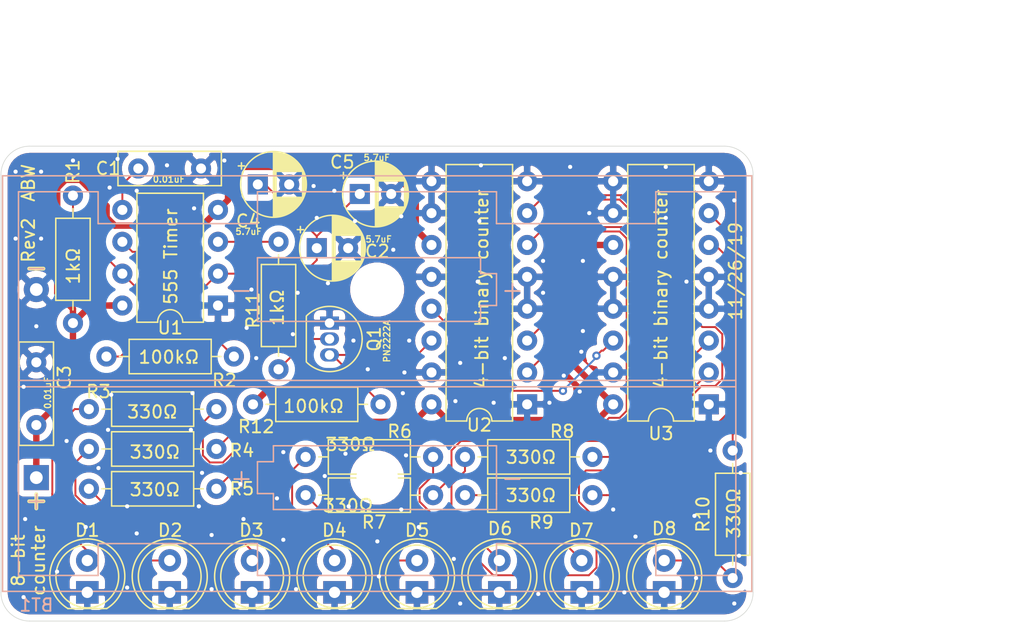
<source format=kicad_pcb>
(kicad_pcb (version 20171130) (host pcbnew "(5.1.4)-1")
  (layers (0 F.Cu signal) (31 B.Cu signal) (34 B.Paste user) (35 F.Paste user) (36 B.SilkS user) (37 F.SilkS user) (38 B.Mask user) (39 F.Mask user) (44 Edge.Cuts user))
  (net 0 "")
  (net 1 "Net-(R3-Pad2)")
  (net 2 LED1)
  (net 3 LED2)
  (net 4 "Net-(R4-Pad2)")
  (net 5 "Net-(R5-Pad2)")
  (net 6 LED3)
  (net 7 LED4)
  (net 8 "Net-(R6-Pad2)")
  (net 9 GND)
  (net 10 +3V0)
  (net 11 CLK2)
  (net 12 CLK1)
  (net 13 "Net-(R8-Pad2)")
  (net 14 "Net-(R7-Pad2)")
  (net 15 "Net-(R9-Pad2)")
  (net 16 "Net-(R10-Pad2)")
  (net 17 "Net-(R1-Pad2)")
  (net 18 "Net-(C2-Pad1)")
  (net 19 LED5)
  (net 20 LED6)
  (net 21 LED7)
  (net 22 LED8)
  (net 23 "Net-(C1-Pad1)")
  (net 24 555_out)
  (net 25 "Net-(Q1-Pad2)")
  (module Capacitor_THT:CP_Radial_D5.0mm_P2.50mm (layer F.Cu) (at 113.411 44.196)
    (fp_text reference C5 (at -1.397 -2.54) (layer F.SilkS))
    (fp_text value 5.7uF)
    (pad 2 thru_hole circle (at 2.5 0) (size 1.6 1.6) (drill 0.8) (layers *.Cu *.Mask) (net 9 GND))
    (pad 1 thru_hole rect (at 0 0) (size 1.6 1.6) (drill 0.8) (layers *.Cu *.Mask) (net 18 "Net-(C2-Pad1)"))
  )
  (module Capacitor_THT:CP_Radial_D5.0mm_P2.50mm (layer F.Cu) (at 105.283 43.434)
    (fp_text reference C4 (at -0.762 2.921) (layer F.SilkS))
    (fp_text value 5.7uF)
    (pad 2 thru_hole circle (at 2.5 0) (size 1.6 1.6) (drill 0.8) (layers *.Cu *.Mask) (net 9 GND))
    (pad 1 thru_hole rect (at 0 0) (size 1.6 1.6) (drill 0.8) (layers *.Cu *.Mask) (net 18 "Net-(C2-Pad1)"))
  )
  (module Capacitor_THT:C_Disc_D8.0mm_W2.5mm_P5.00mm (layer F.Cu) (at 87.63 62.611 90)
    (fp_text reference C3 (at 3.7846 2.2352 90) (layer F.SilkS))
    (fp_text value 0.01uF)
    (pad 2 thru_hole circle (at 5 0 90) (size 1.6 1.6) (drill 0.8) (layers *.Cu *.Mask) (net 9 GND))
    (pad 1 thru_hole circle (at 0 0 90) (size 1.6 1.6) (drill 0.8) (layers *.Cu *.Mask) (net 10 +3V0))
  )
  (module Capacitor_THT:C_Disc_D8.0mm_W2.5mm_P5.00mm (layer F.Cu) (at 95.758 42.164)
    (fp_text reference C1 (at -2.413 0) (layer F.SilkS))
    (fp_text value 0.01uF)
    (pad 2 thru_hole circle (at 5 0) (size 1.6 1.6) (drill 0.8) (layers *.Cu *.Mask) (net 9 GND))
    (pad 1 thru_hole circle (at 0 0) (size 1.6 1.6) (drill 0.8) (layers *.Cu *.Mask) (net 23 "Net-(C1-Pad1)"))
  )
  (module Resistor_THT:R_Axial_DIN0207_L6.3mm_D2.5mm_P10.16mm_Horizontal (layer F.Cu) (at 91.821 61.341)
    (fp_text reference R3 (at 0.762 -1.397) (layer F.SilkS))
    (fp_text value 330)
    (pad 2 thru_hole oval (at 10.16 0) (size 1.6 1.6) (drill 0.8) (layers *.Cu *.Mask) (net 1 "Net-(R3-Pad2)"))
    (pad 1 thru_hole circle (at 0 0) (size 1.6 1.6) (drill 0.8) (layers *.Cu *.Mask) (net 2 LED1))
  )
  (module Capacitor_THT:CP_Radial_D5.0mm_P2.50mm (layer F.Cu) (at 109.982 48.514)
    (fp_text reference C2 (at 4.826 0.254) (layer F.SilkS))
    (fp_text value 5.7uF)
    (pad 2 thru_hole circle (at 2.5 0) (size 1.6 1.6) (drill 0.8) (layers *.Cu *.Mask) (net 9 GND))
    (pad 1 thru_hole rect (at 0 0) (size 1.6 1.6) (drill 0.8) (layers *.Cu *.Mask) (net 18 "Net-(C2-Pad1)"))
  )
  (module Package_DIP:DIP-8_W7.62mm (layer F.Cu) (at 102.108 53.086 180)
    (fp_text reference U1 (at 3.81 -1.778) (layer F.SilkS))
    (fp_text value NE555)
    (pad 8 thru_hole oval (at 7.62 0 180) (size 1.6 1.6) (drill 0.8) (layers *.Cu *.Mask) (net 10 +3V0))
    (pad 4 thru_hole oval (at 0 7.62 180) (size 1.6 1.6) (drill 0.8) (layers *.Cu *.Mask) (net 10 +3V0))
    (pad 7 thru_hole oval (at 7.62 2.54 180) (size 1.6 1.6) (drill 0.8) (layers *.Cu *.Mask) (net 17 "Net-(R1-Pad2)"))
    (pad 3 thru_hole oval (at 0 5.08 180) (size 1.6 1.6) (drill 0.8) (layers *.Cu *.Mask) (net 24 555_out))
    (pad 6 thru_hole oval (at 7.62 5.08 180) (size 1.6 1.6) (drill 0.8) (layers *.Cu *.Mask) (net 18 "Net-(C2-Pad1)"))
    (pad 2 thru_hole oval (at 0 2.54 180) (size 1.6 1.6) (drill 0.8) (layers *.Cu *.Mask) (net 18 "Net-(C2-Pad1)"))
    (pad 5 thru_hole oval (at 7.62 7.62 180) (size 1.6 1.6) (drill 0.8) (layers *.Cu *.Mask) (net 23 "Net-(C1-Pad1)"))
    (pad 1 thru_hole rect (at 0 0 180) (size 1.6 1.6) (drill 0.8) (layers *.Cu *.Mask) (net 9 GND))
  )
  (module Package_DIP:DIP-16_W7.62mm (layer F.Cu) (at 126.746 60.96 180)
    (fp_text reference U2 (at 3.81 -1.651) (layer F.SilkS))
    (fp_text value TC74HC191P)
    (pad 1 thru_hole rect (at 0 0 180) (size 1.6 1.6) (drill 0.8) (layers *.Cu *.Mask) (net 9 GND))
    (pad 9 thru_hole oval (at 7.62 17.78 180) (size 1.6 1.6) (drill 0.8) (layers *.Cu *.Mask) (net 9 GND))
    (pad 2 thru_hole oval (at 0 2.54 180) (size 1.6 1.6) (drill 0.8) (layers *.Cu *.Mask) (net 4 "Net-(R4-Pad2)"))
    (pad 10 thru_hole oval (at 7.62 15.24 180) (size 1.6 1.6) (drill 0.8) (layers *.Cu *.Mask) (net 9 GND))
    (pad 3 thru_hole oval (at 0 5.08 180) (size 1.6 1.6) (drill 0.8) (layers *.Cu *.Mask) (net 1 "Net-(R3-Pad2)"))
    (pad 11 thru_hole oval (at 7.62 12.7 180) (size 1.6 1.6) (drill 0.8) (layers *.Cu *.Mask) (net 10 +3V0))
    (pad 4 thru_hole oval (at 0 7.62 180) (size 1.6 1.6) (drill 0.8) (layers *.Cu *.Mask) (net 9 GND))
    (pad 12 thru_hole oval (at 7.62 10.16 180) (size 1.6 1.6) (drill 0.8) (layers *.Cu *.Mask) (net 9 GND))
    (pad 5 thru_hole oval (at 0 10.16 180) (size 1.6 1.6) (drill 0.8) (layers *.Cu *.Mask) (net 9 GND))
    (pad 13 thru_hole oval (at 7.62 7.62 180) (size 1.6 1.6) (drill 0.8) (layers *.Cu *.Mask) (net 11 CLK2))
    (pad 6 thru_hole oval (at 0 12.7 180) (size 1.6 1.6) (drill 0.8) (layers *.Cu *.Mask) (net 5 "Net-(R5-Pad2)"))
    (pad 14 thru_hole oval (at 7.62 5.08 180) (size 1.6 1.6) (drill 0.8) (layers *.Cu *.Mask) (net 12 CLK1))
    (pad 7 thru_hole oval (at 0 15.24 180) (size 1.6 1.6) (drill 0.8) (layers *.Cu *.Mask) (net 8 "Net-(R6-Pad2)"))
    (pad 15 thru_hole oval (at 7.62 2.54 180) (size 1.6 1.6) (drill 0.8) (layers *.Cu *.Mask) (net 9 GND))
    (pad 8 thru_hole oval (at 0 17.78 180) (size 1.6 1.6) (drill 0.8) (layers *.Cu *.Mask) (net 9 GND))
    (pad 16 thru_hole oval (at 7.62 0 180) (size 1.6 1.6) (drill 0.8) (layers *.Cu *.Mask) (net 10 +3V0))
  )
  (module Package_DIP:DIP-16_W7.62mm (layer F.Cu) (at 141.224 60.96 180)
    (fp_text reference U3 (at 3.81 -2.33) (layer F.SilkS))
    (fp_text value TC74HC191P)
    (pad 1 thru_hole rect (at 0 0 180) (size 1.6 1.6) (drill 0.8) (layers *.Cu *.Mask) (net 9 GND))
    (pad 9 thru_hole oval (at 7.62 17.78 180) (size 1.6 1.6) (drill 0.8) (layers *.Cu *.Mask) (net 9 GND))
    (pad 2 thru_hole oval (at 0 2.54 180) (size 1.6 1.6) (drill 0.8) (layers *.Cu *.Mask) (net 13 "Net-(R8-Pad2)"))
    (pad 10 thru_hole oval (at 7.62 15.24 180) (size 1.6 1.6) (drill 0.8) (layers *.Cu *.Mask) (net 9 GND))
    (pad 3 thru_hole oval (at 0 5.08 180) (size 1.6 1.6) (drill 0.8) (layers *.Cu *.Mask) (net 14 "Net-(R7-Pad2)"))
    (pad 11 thru_hole oval (at 7.62 12.7 180) (size 1.6 1.6) (drill 0.8) (layers *.Cu *.Mask) (net 10 +3V0))
    (pad 4 thru_hole oval (at 0 7.62 180) (size 1.6 1.6) (drill 0.8) (layers *.Cu *.Mask) (net 9 GND))
    (pad 12 thru_hole oval (at 7.62 10.16 180) (size 1.6 1.6) (drill 0.8) (layers *.Cu *.Mask) (net 9 GND))
    (pad 5 thru_hole oval (at 0 10.16 180) (size 1.6 1.6) (drill 0.8) (layers *.Cu *.Mask) (net 9 GND))
    (pad 13 thru_hole oval (at 7.62 7.62 180) (size 1.6 1.6) (drill 0.8) (layers *.Cu *.Mask) (net 9 GND))
    (pad 6 thru_hole oval (at 0 12.7 180) (size 1.6 1.6) (drill 0.8) (layers *.Cu *.Mask) (net 15 "Net-(R9-Pad2)"))
    (pad 14 thru_hole oval (at 7.62 5.08 180) (size 1.6 1.6) (drill 0.8) (layers *.Cu *.Mask) (net 11 CLK2))
    (pad 7 thru_hole oval (at 0 15.24 180) (size 1.6 1.6) (drill 0.8) (layers *.Cu *.Mask) (net 16 "Net-(R10-Pad2)"))
    (pad 15 thru_hole oval (at 7.62 2.54 180) (size 1.6 1.6) (drill 0.8) (layers *.Cu *.Mask) (net 9 GND))
    (pad 8 thru_hole oval (at 0 17.78 180) (size 1.6 1.6) (drill 0.8) (layers *.Cu *.Mask) (net 9 GND))
    (pad 16 thru_hole oval (at 7.62 0 180) (size 1.6 1.6) (drill 0.8) (layers *.Cu *.Mask) (net 10 +3V0))
  )
  (module LED_THT:LED_D5.0mm (layer F.Cu) (at 91.694 75.946 90)
    (fp_text reference D1 (at 4.953 0 180) (layer F.SilkS))
    (fp_text value LED)
    (pad 1 thru_hole rect (at 0 0 90) (size 1.8 1.8) (drill 0.9) (layers *.Cu *.Mask) (net 9 GND))
    (pad 2 thru_hole circle (at 2.54 0 90) (size 1.8 1.8) (drill 0.9) (layers *.Cu *.Mask) (net 2 LED1))
  )
  (module LED_THT:LED_D5.0mm (layer F.Cu) (at 98.261714 75.946 90)
    (fp_text reference D2 (at 4.953 0.036286 180) (layer F.SilkS))
    (fp_text value LED)
    (pad 2 thru_hole circle (at 2.54 0 90) (size 1.8 1.8) (drill 0.9) (layers *.Cu *.Mask) (net 3 LED2))
    (pad 1 thru_hole rect (at 0 0 90) (size 1.8 1.8) (drill 0.9) (layers *.Cu *.Mask) (net 9 GND))
  )
  (module LED_THT:LED_D5.0mm (layer F.Cu) (at 104.829428 75.946 90)
    (fp_text reference D3 (at 4.953 -0.054428 180) (layer F.SilkS))
    (fp_text value LED)
    (pad 2 thru_hole circle (at 2.54 0 90) (size 1.8 1.8) (drill 0.9) (layers *.Cu *.Mask) (net 6 LED3))
    (pad 1 thru_hole rect (at 0 0 90) (size 1.8 1.8) (drill 0.9) (layers *.Cu *.Mask) (net 9 GND))
  )
  (module LED_THT:LED_D5.0mm (layer F.Cu) (at 111.397142 75.946 90)
    (fp_text reference D4 (at 4.953 -0.018142 180) (layer F.SilkS))
    (fp_text value LED)
    (pad 1 thru_hole rect (at 0 0 90) (size 1.8 1.8) (drill 0.9) (layers *.Cu *.Mask) (net 9 GND))
    (pad 2 thru_hole circle (at 2.54 0 90) (size 1.8 1.8) (drill 0.9) (layers *.Cu *.Mask) (net 7 LED4))
  )
  (module LED_THT:LED_D5.0mm (layer F.Cu) (at 117.964856 75.946 90)
    (fp_text reference D5 (at 4.953 0.018144 180) (layer F.SilkS))
    (fp_text value LED)
    (pad 2 thru_hole circle (at 2.54 0 90) (size 1.8 1.8) (drill 0.9) (layers *.Cu *.Mask) (net 19 LED5))
    (pad 1 thru_hole rect (at 0 0 90) (size 1.8 1.8) (drill 0.9) (layers *.Cu *.Mask) (net 9 GND))
  )
  (module LED_THT:LED_D5.0mm (layer F.Cu) (at 124.53257 75.946 90)
    (fp_text reference D6 (at 5.08 0.05443 180) (layer F.SilkS))
    (fp_text value LED)
    (pad 1 thru_hole rect (at 0 0 90) (size 1.8 1.8) (drill 0.9) (layers *.Cu *.Mask) (net 9 GND))
    (pad 2 thru_hole circle (at 2.54 0 90) (size 1.8 1.8) (drill 0.9) (layers *.Cu *.Mask) (net 20 LED6))
  )
  (module LED_THT:LED_D5.0mm (layer F.Cu) (at 131.100284 75.946 90)
    (fp_text reference D7 (at 4.953 -0.036284 180) (layer F.SilkS))
    (fp_text value LED)
    (pad 2 thru_hole circle (at 2.54 0 90) (size 1.8 1.8) (drill 0.9) (layers *.Cu *.Mask) (net 21 LED7))
    (pad 1 thru_hole rect (at 0 0 90) (size 1.8 1.8) (drill 0.9) (layers *.Cu *.Mask) (net 9 GND))
  )
  (module LED_THT:LED_D5.0mm (layer F.Cu) (at 137.668 75.946 90)
    (fp_text reference D8 (at 5.08 0 180) (layer F.SilkS))
    (fp_text value LED)
    (pad 1 thru_hole rect (at 0 0 90) (size 1.8 1.8) (drill 0.9) (layers *.Cu *.Mask) (net 9 GND))
    (pad 2 thru_hole circle (at 2.54 0 90) (size 1.8 1.8) (drill 0.9) (layers *.Cu *.Mask) (net 22 LED8))
  )
  (module Package_TO_SOT_THT:TO-92_Inline (layer F.Cu) (at 110.998 54.483 270)
    (fp_text reference Q1 (at 1.27 -3.56 90) (layer F.SilkS))
    (fp_text value PN2222A)
    (pad 2 thru_hole oval (at 1.27 0 270) (size 1.05 1.5) (drill 0.75) (layers *.Cu *.Mask) (net 25 "Net-(Q1-Pad2)"))
    (pad 3 thru_hole oval (at 2.54 0 270) (size 1.05 1.5) (drill 0.75) (layers *.Cu *.Mask) (net 12 CLK1))
    (pad 1 thru_hole rect (at 0 0 270) (size 1.05 1.5) (drill 0.75) (layers *.Cu *.Mask) (net 9 GND))
  )
  (module Resistor_THT:R_Axial_DIN0207_L6.3mm_D2.5mm_P10.16mm_Horizontal (layer F.Cu) (at 90.551 54.483 90)
    (fp_text reference R1 (at 12.065 0 90) (layer F.SilkS))
    (fp_text value 1k)
    (pad 2 thru_hole oval (at 10.16 0 90) (size 1.6 1.6) (drill 0.8) (layers *.Cu *.Mask) (net 17 "Net-(R1-Pad2)"))
    (pad 1 thru_hole circle (at 0 0 90) (size 1.6 1.6) (drill 0.8) (layers *.Cu *.Mask) (net 10 +3V0))
  )
  (module Resistor_THT:R_Axial_DIN0207_L6.3mm_D2.5mm_P10.16mm_Horizontal (layer F.Cu) (at 93.218 57.15)
    (fp_text reference R2 (at 9.398 1.905) (layer F.SilkS))
    (fp_text value 100k)
    (pad 1 thru_hole circle (at 0 0) (size 1.6 1.6) (drill 0.8) (layers *.Cu *.Mask) (net 17 "Net-(R1-Pad2)"))
    (pad 2 thru_hole oval (at 10.16 0) (size 1.6 1.6) (drill 0.8) (layers *.Cu *.Mask) (net 18 "Net-(C2-Pad1)"))
  )
  (module Resistor_THT:R_Axial_DIN0207_L6.3mm_D2.5mm_P10.16mm_Horizontal (layer F.Cu) (at 91.821 64.516)
    (fp_text reference R4 (at 12.192 0.127) (layer F.SilkS))
    (fp_text value 330)
    (pad 2 thru_hole oval (at 10.16 0) (size 1.6 1.6) (drill 0.8) (layers *.Cu *.Mask) (net 4 "Net-(R4-Pad2)"))
    (pad 1 thru_hole circle (at 0 0) (size 1.6 1.6) (drill 0.8) (layers *.Cu *.Mask) (net 3 LED2))
  )
  (module Resistor_THT:R_Axial_DIN0207_L6.3mm_D2.5mm_P10.16mm_Horizontal (layer F.Cu) (at 91.821 67.691)
    (fp_text reference R5 (at 12.192 0) (layer F.SilkS))
    (fp_text value 330)
    (pad 1 thru_hole circle (at 0 0) (size 1.6 1.6) (drill 0.8) (layers *.Cu *.Mask) (net 6 LED3))
    (pad 2 thru_hole oval (at 10.16 0) (size 1.6 1.6) (drill 0.8) (layers *.Cu *.Mask) (net 5 "Net-(R5-Pad2)"))
  )
  (module Resistor_THT:R_Axial_DIN0207_L6.3mm_D2.5mm_P10.16mm_Horizontal (layer F.Cu) (at 109.093 65.151)
    (fp_text reference R6 (at 7.493 -2.032) (layer F.SilkS))
    (fp_text value 330)
    (pad 2 thru_hole oval (at 10.16 0) (size 1.6 1.6) (drill 0.8) (layers *.Cu *.Mask) (net 8 "Net-(R6-Pad2)"))
    (pad 1 thru_hole circle (at 0 0) (size 1.6 1.6) (drill 0.8) (layers *.Cu *.Mask) (net 7 LED4))
  )
  (module Resistor_THT:R_Axial_DIN0207_L6.3mm_D2.5mm_P10.16mm_Horizontal (layer F.Cu) (at 109.093 68.199)
    (fp_text reference R7 (at 5.461 2.159) (layer F.SilkS))
    (fp_text value 330)
    (pad 1 thru_hole circle (at 0 0) (size 1.6 1.6) (drill 0.8) (layers *.Cu *.Mask) (net 19 LED5))
    (pad 2 thru_hole oval (at 10.16 0) (size 1.6 1.6) (drill 0.8) (layers *.Cu *.Mask) (net 14 "Net-(R7-Pad2)"))
  )
  (module Resistor_THT:R_Axial_DIN0207_L6.3mm_D2.5mm_P10.16mm_Horizontal (layer F.Cu) (at 121.793 65.151)
    (fp_text reference R8 (at 7.747 -2.032) (layer F.SilkS))
    (fp_text value 330)
    (pad 1 thru_hole circle (at 0 0) (size 1.6 1.6) (drill 0.8) (layers *.Cu *.Mask) (net 20 LED6))
    (pad 2 thru_hole oval (at 10.16 0) (size 1.6 1.6) (drill 0.8) (layers *.Cu *.Mask) (net 13 "Net-(R8-Pad2)"))
  )
  (module Resistor_THT:R_Axial_DIN0207_L6.3mm_D2.5mm_P10.16mm_Horizontal (layer F.Cu) (at 121.793 68.199)
    (fp_text reference R9 (at 6.096 2.159) (layer F.SilkS))
    (fp_text value 330)
    (pad 2 thru_hole oval (at 10.16 0) (size 1.6 1.6) (drill 0.8) (layers *.Cu *.Mask) (net 15 "Net-(R9-Pad2)"))
    (pad 1 thru_hole circle (at 0 0) (size 1.6 1.6) (drill 0.8) (layers *.Cu *.Mask) (net 21 LED7))
  )
  (module Resistor_THT:R_Axial_DIN0207_L6.3mm_D2.5mm_P10.16mm_Horizontal (layer F.Cu) (at 143.129 74.803 90)
    (fp_text reference R10 (at 5.08 -2.37 90) (layer F.SilkS))
    (fp_text value 330)
    (pad 1 thru_hole circle (at 0 0 90) (size 1.6 1.6) (drill 0.8) (layers *.Cu *.Mask) (net 22 LED8))
    (pad 2 thru_hole oval (at 10.16 0 90) (size 1.6 1.6) (drill 0.8) (layers *.Cu *.Mask) (net 16 "Net-(R10-Pad2)"))
  )
  (module Resistor_THT:R_Axial_DIN0207_L6.3mm_D2.5mm_P10.16mm_Horizontal (layer F.Cu) (at 106.934 58.166 90)
    (fp_text reference R11 (at 4.699 -2.032 90) (layer F.SilkS))
    (fp_text value 1k)
    (pad 1 thru_hole circle (at 0 0 90) (size 1.6 1.6) (drill 0.8) (layers *.Cu *.Mask) (net 25 "Net-(Q1-Pad2)"))
    (pad 2 thru_hole oval (at 10.16 0 90) (size 1.6 1.6) (drill 0.8) (layers *.Cu *.Mask) (net 24 555_out))
  )
  (module Resistor_THT:R_Axial_DIN0207_L6.3mm_D2.5mm_P10.16mm_Horizontal (layer F.Cu) (at 115.062 60.96 180)
    (fp_text reference R12 (at 9.906 -1.778) (layer F.SilkS))
    (fp_text value 100k)
    (pad 2 thru_hole oval (at 10.16 0 180) (size 1.6 1.6) (drill 0.8) (layers *.Cu *.Mask) (net 10 +3V0))
    (pad 1 thru_hole circle (at 0 0 180) (size 1.6 1.6) (drill 0.8) (layers *.Cu *.Mask) (net 12 CLK1))
  )
  (module Battery:BatteryHolder_Keystone_2462_2xAA (layer B.Cu) (at 87.63 66.802)
    (fp_text reference BT1 (at 0 10.16 -180) (layer B.SilkS) (effects (justify mirror)))
    (fp_text value "AA batteries")
    (fp_text user - (at 37.945 0) (layer B.SilkS) (effects (font (size 1.5 1.5)) (justify mirror)))
    (fp_text user + (at 16.355 0) (layer B.SilkS) (effects (font (size 1.5 1.5)) (justify mirror)))
    (fp_text user + (at 37.945 -14.99) (layer B.SilkS) (effects (font (size 1.5 1.5)) (justify mirror)))
    (fp_text user - (at 16.355 -14.99) (layer B.SilkS) (effects (font (size 1.5 1.5)) (justify mirror)))
    (fp_text user + (at 0 1.778) (layer B.SilkS) (effects (font (size 1.5 1.5)) (justify mirror)))
    (fp_text user - (at 0 -16.764) (layer B.SilkS) (effects (font (size 1.5 1.5)) (justify mirror)))
    (pad 1 thru_hole rect (at 0 0) (size 2 2) (drill 1.02) (layers *.Cu *.Mask) (net 10 +3V0))
    (pad 2 thru_hole circle (at 0 -14.99) (size 2 2) (drill 1.02) (layers *.Cu *.Mask) (net 9 GND))
    (pad "" np_thru_hole circle (at 27.165 -14.99) (size 3.3 3.3) (drill 3.3) (layers *.Cu *.Mask))
    (pad "" np_thru_hole circle (at 27.165 0) (size 3.3 3.3) (drill 3.3) (layers *.Cu *.Mask))
  )
  (gr_text 11/26/19 (at 143.3576 50.3428 90) (layer F.SilkS) (effects (font (size 1 1))))
  (gr_text 5.7uF (at 114.9096 47.8028) (layer F.SilkS) (effects (font (size 0.5 0.5) (thickness 0.1))))
  (gr_text 5.7uF (at 104.5464 47.1932) (layer F.SilkS) (effects (font (size 0.5 0.5) (thickness 0.1))))
  (gr_text 5.7uF (at 114.7572 41.3004) (layer F.SilkS) (effects (font (size 0.5 0.5) (thickness 0.1))))
  (gr_text PN2222A (at 115.57 55.9308 90) (layer F.SilkS) (effects (font (size 0.5 0.5) (thickness 0.1))))
  (gr_text "4-bit binary counter" (at 137.414 51.7652 90) (layer F.SilkS) (effects (font (size 1 1))))
  (gr_text "4-bit binary counter" (at 123.1392 51.7652 90) (layer F.SilkS) (effects (font (size 1 1))))
  (gr_text "555 Timer" (at 98.3488 49.1744 90) (layer F.SilkS) (effects (font (size 1 1))))
  (gr_text 0.01uF (at 88.5444 60.0456 90) (layer F.SilkS) (effects (font (size 0.5 0.5) (thickness 0.1))))
  (gr_text 0.01uF (at 98.1964 43.0276) (layer F.SilkS) (effects (font (size 0.5 0.5) (thickness 0.1))))
  (gr_text 1kΩ (at 90.5764 49.9364 90) (layer F.SilkS) (effects (font (size 1 1))))
  (gr_text 1kΩ (at 106.8324 53.2384 90) (layer F.SilkS) (effects (font (size 1 1))))
  (gr_text 100kΩ (at 98.1964 57.2008) (layer F.SilkS) (effects (font (size 1 1))))
  (gr_text 100kΩ (at 109.728 61.1124) (layer F.SilkS) (effects (font (size 1 1))))
  (gr_text 330Ω (at 96.8756 61.5696) (layer F.SilkS) (effects (font (size 1 1))))
  (gr_text 330Ω (at 97.0788 64.77) (layer F.SilkS) (effects (font (size 1 1))))
  (gr_text 330Ω (at 97.0788 67.7672) (layer F.SilkS) (effects (font (size 1 1))))
  (gr_text 330Ω (at 112.4712 69.0372) (layer F.SilkS) (effects (font (size 1 1))))
  (gr_text 330Ω (at 112.6744 64.1604) (layer F.SilkS) (effects (font (size 1 1))))
  (gr_text 330Ω (at 127.0508 68.2244) (layer F.SilkS) (effects (font (size 1 1))))
  (gr_text 330Ω (at 127.0508 65.1764) (layer F.SilkS) (effects (font (size 1 1))))
  (gr_text 330Ω (at 143.2052 69.6468 90) (layer F.SilkS) (effects (font (size 1 1))))
  (gr_text Rev2 (at 86.995 47.879 90) (layer F.SilkS) (effects (font (size 1 1))))
  (gr_text ABW (at 86.995 43.307 90) (layer F.SilkS) (effects (font (size 1 1))))
  (gr_text "8-bit\ncounter" (at 86.995 73.406 90) (layer F.SilkS) (effects (font (size 1 1))))
  (gr_text + (at 87.63 68.58) (layer F.SilkS) (effects (font (size 1.5 1.5) (thickness 0.3))))
  (gr_text - (at 87.63 50.038) (layer F.SilkS) (effects (font (size 1.5 1.5) (thickness 0.3))))
  (gr_arc (start 87.0966 75.946) (end 84.8106 75.946) (angle -90) (layer Edge.Cuts) (width 0.05))
  (gr_arc (start 142.4686 75.946) (end 142.4686 78.232) (angle -90) (layer Edge.Cuts) (width 0.05))
  (gr_line (start 144.7546 42.672) (end 144.7546 75.946) (layer Edge.Cuts) (width 0.05))
  (gr_line (start 142.4686 78.232) (end 87.0966 78.232) (layer Edge.Cuts) (width 0.05))
  (gr_arc (start 142.4686 42.672) (end 144.7546 42.672) (angle -90) (layer Edge.Cuts) (width 0.05))
  (gr_arc (start 87.0966 42.672) (end 87.0966 40.386) (angle -90) (layer Edge.Cuts) (width 0.05))
  (gr_line (start 84.8106 75.946) (end 84.8106 42.672) (layer Edge.Cuts) (width 0.05))
  (gr_line (start 87.0966 40.386) (end 142.4686 40.386) (layer Edge.Cuts) (width 0.05))
  (segment (start 129.038382 53.587618) (end 127.545999 55.080001) (width 0.1524) (layer F.Cu) (net 1))
  (segment (start 129.038382 48.656407) (end 129.038382 53.587618) (width 0.1524) (layer F.Cu) (net 1))
  (segment (start 130.863398 46.831389) (end 129.038382 48.656407) (width 0.1524) (layer F.Cu) (net 1))
  (segment (start 134.26655 46.831389) (end 130.863398 46.831389) (width 0.1524) (layer F.Cu) (net 1))
  (segment (start 135.032611 47.59745) (end 134.26655 46.831389) (width 0.1524) (layer F.Cu) (net 1))
  (segment (start 101.981 61.341) (end 100.904799 62.417201) (width 0.1524) (layer F.Cu) (net 1))
  (segment (start 127.545999 55.080001) (end 126.746 55.88) (width 0.1524) (layer F.Cu) (net 1))
  (segment (start 100.904799 62.417201) (end 100.904799 65.032577) (width 0.1524) (layer F.Cu) (net 1))
  (segment (start 101.464423 65.592201) (end 102.497577 65.592201) (width 0.1524) (layer F.Cu) (net 1))
  (segment (start 104.54959 63.34441) (end 111.569393 63.34441) (width 0.1524) (layer F.Cu) (net 1))
  (segment (start 100.904799 65.032577) (end 101.464423 65.592201) (width 0.1524) (layer F.Cu) (net 1))
  (segment (start 102.497577 65.592201) (end 104.394 63.695778) (width 0.1524) (layer F.Cu) (net 1))
  (segment (start 104.394 63.5) (end 104.54959 63.34441) (width 0.1524) (layer F.Cu) (net 1))
  (segment (start 104.394 63.695778) (end 104.394 63.5) (width 0.1524) (layer F.Cu) (net 1))
  (segment (start 111.569393 63.34441) (end 111.674183 63.23962) (width 0.1524) (layer F.Cu) (net 1))
  (segment (start 118.215213 63.119) (end 118.237 63.119) (width 0.1524) (layer F.Cu) (net 1))
  (segment (start 111.674183 63.23962) (end 118.094593 63.23962) (width 0.1524) (layer F.Cu) (net 1))
  (segment (start 118.259379 63.096621) (end 133.55854 63.096621) (width 0.1524) (layer F.Cu) (net 1))
  (segment (start 118.094593 63.23962) (end 118.215213 63.119) (width 0.1524) (layer F.Cu) (net 1))
  (segment (start 133.55854 63.096621) (end 135.032611 61.62255) (width 0.1524) (layer F.Cu) (net 1))
  (segment (start 118.237 63.119) (end 118.259379 63.096621) (width 0.1524) (layer F.Cu) (net 1))
  (segment (start 135.032611 61.62255) (end 135.032611 47.59745) (width 0.1524) (layer F.Cu) (net 1))
  (segment (start 88.906201 63.124429) (end 88.906201 68.065799) (width 0.1524) (layer F.Cu) (net 2))
  (segment (start 91.821 61.341) (end 90.68963 61.341) (width 0.1524) (layer F.Cu) (net 2))
  (segment (start 90.68963 61.341) (end 88.906201 63.124429) (width 0.1524) (layer F.Cu) (net 2))
  (segment (start 88.906201 68.065799) (end 88.9 68.072) (width 0.1524) (layer F.Cu) (net 2))
  (segment (start 88.9 69.85) (end 92.456 73.406) (width 0.1524) (layer F.Cu) (net 2))
  (segment (start 88.9 68.072) (end 88.9 69.85) (width 0.1524) (layer F.Cu) (net 2))
  (segment (start 97.750922 73.406) (end 99.023714 73.406) (width 0.1524) (layer F.Cu) (net 3))
  (segment (start 95.943222 73.406) (end 97.750922 73.406) (width 0.1524) (layer F.Cu) (net 3))
  (segment (start 90.744799 68.207577) (end 95.943222 73.406) (width 0.1524) (layer F.Cu) (net 3))
  (segment (start 90.744799 65.592201) (end 90.744799 68.207577) (width 0.1524) (layer F.Cu) (net 3))
  (segment (start 91.821 64.516) (end 90.744799 65.592201) (width 0.1524) (layer F.Cu) (net 3))
  (segment (start 103.505 62.992) (end 101.981 64.516) (width 0.1524) (layer F.Cu) (net 4))
  (segment (start 111.52821 62.88721) (end 111.42342 62.992) (width 0.1524) (layer F.Cu) (net 4))
  (segment (start 117.94862 62.88721) (end 111.52821 62.88721) (width 0.1524) (layer F.Cu) (net 4))
  (segment (start 133.277629 62.036201) (end 132.569619 62.744211) (width 0.1524) (layer F.Cu) (net 4))
  (segment (start 134.120577 62.036201) (end 133.277629 62.036201) (width 0.1524) (layer F.Cu) (net 4))
  (segment (start 134.680201 61.476577) (end 134.120577 62.036201) (width 0.1524) (layer F.Cu) (net 4))
  (segment (start 129.39079 55.77521) (end 129.390791 48.802379) (width 0.1524) (layer F.Cu) (net 4))
  (segment (start 111.42342 62.992) (end 103.505 62.992) (width 0.1524) (layer F.Cu) (net 4))
  (segment (start 118.091619 62.744211) (end 117.94862 62.88721) (width 0.1524) (layer F.Cu) (net 4))
  (segment (start 126.746 58.42) (end 129.39079 55.77521) (width 0.1524) (layer F.Cu) (net 4))
  (segment (start 131.009371 47.183799) (end 134.120577 47.183799) (width 0.1524) (layer F.Cu) (net 4))
  (segment (start 134.120577 47.183799) (end 134.680201 47.743423) (width 0.1524) (layer F.Cu) (net 4))
  (segment (start 132.569619 62.744211) (end 118.091619 62.744211) (width 0.1524) (layer F.Cu) (net 4))
  (segment (start 129.390791 48.802379) (end 131.009371 47.183799) (width 0.1524) (layer F.Cu) (net 4))
  (segment (start 134.680201 47.743423) (end 134.680201 61.476577) (width 0.1524) (layer F.Cu) (net 4))
  (segment (start 134.120577 44.643799) (end 135.385021 45.908243) (width 0.1524) (layer F.Cu) (net 5))
  (segment (start 126.746 48.26) (end 130.362201 44.643799) (width 0.1524) (layer F.Cu) (net 5))
  (segment (start 130.362201 44.643799) (end 134.120577 44.643799) (width 0.1524) (layer F.Cu) (net 5))
  (segment (start 118.304006 63.52859) (end 118.135776 63.69682) (width 0.1524) (layer F.Cu) (net 5))
  (segment (start 134.59141 63.52859) (end 118.304006 63.52859) (width 0.1524) (layer F.Cu) (net 5))
  (segment (start 135.385021 45.908243) (end 135.385021 62.734979) (width 0.1524) (layer F.Cu) (net 5))
  (segment (start 135.385021 62.734979) (end 134.59141 63.52859) (width 0.1524) (layer F.Cu) (net 5))
  (segment (start 105.97518 63.69682) (end 101.981 67.691) (width 0.1524) (layer F.Cu) (net 5))
  (segment (start 118.135776 63.69682) (end 105.97518 63.69682) (width 0.1524) (layer F.Cu) (net 5))
  (segment (start 102.416428 70.231) (end 105.591428 73.406) (width 0.1524) (layer F.Cu) (net 6))
  (segment (start 91.821 67.691) (end 94.361 70.231) (width 0.1524) (layer F.Cu) (net 6))
  (segment (start 94.361 70.231) (end 102.416428 70.231) (width 0.1524) (layer F.Cu) (net 6))
  (segment (start 111.259143 72.506001) (end 112.159142 73.406) (width 0.1524) (layer F.Cu) (net 7))
  (segment (start 108.016799 69.263657) (end 111.259143 72.506001) (width 0.1524) (layer F.Cu) (net 7))
  (segment (start 108.016799 66.227201) (end 108.016799 69.263657) (width 0.1524) (layer F.Cu) (net 7))
  (segment (start 109.093 65.151) (end 108.016799 66.227201) (width 0.1524) (layer F.Cu) (net 7))
  (segment (start 127.545999 44.920001) (end 126.746 45.72) (width 0.1524) (layer F.Cu) (net 8))
  (segment (start 134.26655 44.291389) (end 128.174611 44.291389) (width 0.1524) (layer F.Cu) (net 8))
  (segment (start 135.737431 45.76227) (end 134.26655 44.291389) (width 0.1524) (layer F.Cu) (net 8))
  (segment (start 135.737431 49.833807) (end 135.737431 45.76227) (width 0.1524) (layer F.Cu) (net 8))
  (segment (start 140.707423 54.803799) (end 135.737431 49.833807) (width 0.1524) (layer F.Cu) (net 8))
  (segment (start 141.740577 54.803799) (end 140.707423 54.803799) (width 0.1524) (layer F.Cu) (net 8))
  (segment (start 119.253 66.606222) (end 118.176799 67.682423) (width 0.1524) (layer F.Cu) (net 8))
  (segment (start 118.176799 68.715577) (end 124.043423 74.582201) (width 0.1524) (layer F.Cu) (net 8))
  (segment (start 118.176799 67.682423) (end 118.176799 68.715577) (width 0.1524) (layer F.Cu) (net 8))
  (segment (start 124.043423 74.582201) (end 131.664861 74.582201) (width 0.1524) (layer F.Cu) (net 8))
  (segment (start 131.664861 74.582201) (end 132.276485 73.970577) (width 0.1524) (layer F.Cu) (net 8))
  (segment (start 132.276485 73.970577) (end 132.276485 70.115263) (width 0.1524) (layer F.Cu) (net 8))
  (segment (start 133.915183 66.227201) (end 140.646183 59.496201) (width 0.1524) (layer F.Cu) (net 8))
  (segment (start 132.276485 70.115263) (end 130.876799 68.715577) (width 0.1524) (layer F.Cu) (net 8))
  (segment (start 128.174611 44.291389) (end 127.545999 44.920001) (width 0.1524) (layer F.Cu) (net 8))
  (segment (start 130.876799 68.715577) (end 130.876799 66.786825) (width 0.1524) (layer F.Cu) (net 8))
  (segment (start 140.646183 59.496201) (end 141.740577 59.496201) (width 0.1524) (layer F.Cu) (net 8))
  (segment (start 130.876799 66.786825) (end 131.436423 66.227201) (width 0.1524) (layer F.Cu) (net 8))
  (segment (start 119.253 65.151) (end 119.253 66.606222) (width 0.1524) (layer F.Cu) (net 8))
  (segment (start 131.436423 66.227201) (end 133.915183 66.227201) (width 0.1524) (layer F.Cu) (net 8))
  (segment (start 141.740577 59.496201) (end 142.300201 58.936577) (width 0.1524) (layer F.Cu) (net 8))
  (segment (start 142.300201 58.936577) (end 142.300201 55.363423) (width 0.1524) (layer F.Cu) (net 8))
  (segment (start 142.300201 55.363423) (end 141.740577 54.803799) (width 0.1524) (layer F.Cu) (net 8))
  (via (at 129.667 58.674) (size 0.6604) (drill 0.3302) (layers F.Cu B.Cu) (net 9))
  (via (at 130.937 59.944) (size 0.6604) (drill 0.3302) (layers F.Cu B.Cu) (net 9))
  (segment (start 129.667 58.674) (end 130.937 59.944) (width 0.1524) (layer F.Cu) (net 9))
  (via (at 131.064 56.769) (size 0.6604) (drill 0.3302) (layers F.Cu B.Cu) (net 9))
  (segment (start 132.47263 58.42) (end 133.604 58.42) (width 0.1524) (layer F.Cu) (net 9))
  (segment (start 132.248027 58.42) (end 132.47263 58.42) (width 0.1524) (layer F.Cu) (net 9))
  (segment (start 131.064 57.235973) (end 132.248027 58.42) (width 0.1524) (layer F.Cu) (net 9))
  (segment (start 131.064 56.769) (end 131.064 57.235973) (width 0.1524) (layer F.Cu) (net 9))
  (via (at 109.728 43.561) (size 0.6604) (drill 0.3302) (layers F.Cu B.Cu) (net 9))
  (via (at 109.982 46.101) (size 0.6604) (drill 0.3302) (layers F.Cu B.Cu) (net 9))
  (via (at 111.379 43.942) (size 0.6604) (drill 0.3302) (layers F.Cu B.Cu) (net 9))
  (via (at 95.631 43.942) (size 0.6604) (drill 0.3302) (layers F.Cu B.Cu) (net 9))
  (via (at 93.472 43.688) (size 0.6604) (drill 0.3302) (layers F.Cu B.Cu) (net 9))
  (via (at 94.107 41.402) (size 0.6604) (drill 0.3302) (layers F.Cu B.Cu) (net 9))
  (via (at 90.551 41.529) (size 0.6604) (drill 0.3302) (layers F.Cu B.Cu) (net 9))
  (via (at 85.979 42.418) (size 0.6604) (drill 0.3302) (layers F.Cu B.Cu) (net 9))
  (via (at 88.011 42.418) (size 0.6604) (drill 0.3302) (layers F.Cu B.Cu) (net 9))
  (via (at 85.979 47.752) (size 0.6604) (drill 0.3302) (layers F.Cu B.Cu) (net 9))
  (via (at 88.011 47.752) (size 0.6604) (drill 0.3302) (layers F.Cu B.Cu) (net 9))
  (via (at 87.63 54.737) (size 0.6604) (drill 0.3302) (layers F.Cu B.Cu) (net 9))
  (via (at 86.614 59.563) (size 0.6604) (drill 0.3302) (layers F.Cu B.Cu) (net 9))
  (via (at 86.741 70.104) (size 0.6604) (drill 0.3302) (layers F.Cu B.Cu) (net 9))
  (via (at 86.614 76.327) (size 0.6604) (drill 0.3302) (layers F.Cu B.Cu) (net 9))
  (via (at 89.281 74.295) (size 0.6604) (drill 0.3302) (layers F.Cu B.Cu) (net 9))
  (via (at 94.869 75.565) (size 0.6604) (drill 0.3302) (layers F.Cu B.Cu) (net 9))
  (via (at 95.631 71.247) (size 0.6604) (drill 0.3302) (layers F.Cu B.Cu) (net 9))
  (via (at 91.567 70.739) (size 0.6604) (drill 0.3302) (layers F.Cu B.Cu) (net 9))
  (via (at 90.043 63.881) (size 0.6604) (drill 0.3302) (layers F.Cu B.Cu) (net 9))
  (via (at 93.345 62.992) (size 0.6604) (drill 0.3302) (layers F.Cu B.Cu) (net 9))
  (via (at 93.599 60.198) (size 0.6604) (drill 0.3302) (layers F.Cu B.Cu) (net 9))
  (via (at 100.076 60.071) (size 0.6604) (drill 0.3302) (layers F.Cu B.Cu) (net 9))
  (via (at 99.949 62.992) (size 0.6604) (drill 0.3302) (layers F.Cu B.Cu) (net 9))
  (via (at 100.838 66.421) (size 0.6604) (drill 0.3302) (layers F.Cu B.Cu) (net 9))
  (via (at 92.583 66.04) (size 0.6604) (drill 0.3302) (layers F.Cu B.Cu) (net 9))
  (via (at 94.869 69.088) (size 0.6604) (drill 0.3302) (layers F.Cu B.Cu) (net 9))
  (via (at 100.584 69.088) (size 0.6604) (drill 0.3302) (layers F.Cu B.Cu) (net 9))
  (via (at 107.315 64.77) (size 0.6604) (drill 0.3302) (layers F.Cu B.Cu) (net 9))
  (via (at 103.886 67.31) (size 0.6604) (drill 0.3302) (layers F.Cu B.Cu) (net 9))
  (via (at 106.807 68.453) (size 0.6604) (drill 0.3302) (layers F.Cu B.Cu) (net 9))
  (via (at 104.14 70.104) (size 0.6604) (drill 0.3302) (layers F.Cu B.Cu) (net 9))
  (via (at 107.315 71.755) (size 0.6604) (drill 0.3302) (layers F.Cu B.Cu) (net 9))
  (via (at 108.331 75.692) (size 0.6604) (drill 0.3302) (layers F.Cu B.Cu) (net 9))
  (via (at 101.6 75.692) (size 0.6604) (drill 0.3302) (layers F.Cu B.Cu) (net 9))
  (via (at 101.6 71.374) (size 0.6604) (drill 0.3302) (layers F.Cu B.Cu) (net 9))
  (via (at 114.935 74.676) (size 0.6604) (drill 0.3302) (layers F.Cu B.Cu) (net 9))
  (via (at 121.412 76.835) (size 0.6604) (drill 0.3302) (layers F.Cu B.Cu) (net 9))
  (via (at 120.904 73.279) (size 0.6604) (drill 0.3302) (layers F.Cu B.Cu) (net 9))
  (via (at 118.11 70.739) (size 0.6604) (drill 0.3302) (layers F.Cu B.Cu) (net 9))
  (via (at 114.808 71.882) (size 0.6604) (drill 0.3302) (layers F.Cu B.Cu) (net 9))
  (via (at 112.522 69.088) (size 0.6604) (drill 0.3302) (layers F.Cu B.Cu) (net 9))
  (via (at 110.617 66.675) (size 0.6604) (drill 0.3302) (layers F.Cu B.Cu) (net 9))
  (via (at 112.268 64.897) (size 0.6604) (drill 0.3302) (layers F.Cu B.Cu) (net 9))
  (via (at 117.094 65.024) (size 0.6604) (drill 0.3302) (layers F.Cu B.Cu) (net 9))
  (via (at 116.713 69.342) (size 0.6604) (drill 0.3302) (layers F.Cu B.Cu) (net 9))
  (via (at 127.635 76.073) (size 0.6604) (drill 0.3302) (layers F.Cu B.Cu) (net 9))
  (via (at 134.493 75.946) (size 0.6604) (drill 0.3302) (layers F.Cu B.Cu) (net 9))
  (via (at 143.256 76.835) (size 0.6604) (drill 0.3302) (layers F.Cu B.Cu) (net 9))
  (via (at 140.208 74.803) (size 0.6604) (drill 0.3302) (layers F.Cu B.Cu) (net 9))
  (via (at 143.637 73.025) (size 0.6604) (drill 0.3302) (layers F.Cu B.Cu) (net 9))
  (via (at 143.764 66.421) (size 0.6604) (drill 0.3302) (layers F.Cu B.Cu) (net 9))
  (via (at 141.351 64.643) (size 0.6604) (drill 0.3302) (layers F.Cu B.Cu) (net 9))
  (via (at 133.604 69.342) (size 0.6604) (drill 0.3302) (layers F.Cu B.Cu) (net 9))
  (via (at 140.081 69.85) (size 0.6604) (drill 0.3302) (layers F.Cu B.Cu) (net 9))
  (via (at 135.382 71.501) (size 0.6604) (drill 0.3302) (layers F.Cu B.Cu) (net 9))
  (via (at 128.524 60.833) (size 0.6604) (drill 0.3302) (layers F.Cu B.Cu) (net 9))
  (via (at 124.079 60.833) (size 0.6604) (drill 0.3302) (layers F.Cu B.Cu) (net 9))
  (via (at 121.412 57.658) (size 0.6604) (drill 0.3302) (layers F.Cu B.Cu) (net 9))
  (via (at 121.031 60.706) (size 0.6604) (drill 0.3302) (layers F.Cu B.Cu) (net 9))
  (via (at 116.84 60.071) (size 0.6604) (drill 0.3302) (layers F.Cu B.Cu) (net 9))
  (via (at 114.046 58.166) (size 0.6604) (drill 0.3302) (layers F.Cu B.Cu) (net 9))
  (via (at 116.967 58.42) (size 0.6604) (drill 0.3302) (layers F.Cu B.Cu) (net 9))
  (via (at 100.203 45.339) (size 0.6604) (drill 0.3302) (layers F.Cu B.Cu) (net 9))
  (via (at 102.616 41.529) (size 0.6604) (drill 0.3302) (layers F.Cu B.Cu) (net 9))
  (via (at 98.044 41.91) (size 0.6604) (drill 0.3302) (layers F.Cu B.Cu) (net 9))
  (via (at 113.03 46.355) (size 0.6604) (drill 0.3302) (layers F.Cu B.Cu) (net 9))
  (via (at 116.713 45.974) (size 0.6604) (drill 0.3302) (layers F.Cu B.Cu) (net 9))
  (via (at 116.078 48.641) (size 0.6604) (drill 0.3302) (layers F.Cu B.Cu) (net 9))
  (via (at 110.871 51.308) (size 0.6604) (drill 0.3302) (layers F.Cu B.Cu) (net 9))
  (via (at 104.775 51.816) (size 0.6604) (drill 0.3302) (layers F.Cu B.Cu) (net 9))
  (via (at 104.394 54.864) (size 0.6604) (drill 0.3302) (layers F.Cu B.Cu) (net 9))
  (via (at 105.156 57.277) (size 0.6604) (drill 0.3302) (layers F.Cu B.Cu) (net 9))
  (via (at 108.077 55.372) (size 0.6604) (drill 0.3302) (layers F.Cu B.Cu) (net 9))
  (via (at 108.458 52.07) (size 0.6604) (drill 0.3302) (layers F.Cu B.Cu) (net 9))
  (via (at 112.903 55.88) (size 0.6604) (drill 0.3302) (layers F.Cu B.Cu) (net 9))
  (via (at 117.348 55.88) (size 0.6604) (drill 0.3302) (layers F.Cu B.Cu) (net 9))
  (via (at 131.191 55.118) (size 0.6604) (drill 0.3302) (layers F.Cu B.Cu) (net 9))
  (via (at 131.191 49.53) (size 0.6604) (drill 0.3302) (layers F.Cu B.Cu) (net 9))
  (via (at 124.968 57.277) (size 0.6604) (drill 0.3302) (layers F.Cu B.Cu) (net 9))
  (via (at 128.016 52.07) (size 0.6604) (drill 0.3302) (layers F.Cu B.Cu) (net 9))
  (via (at 131.699 45.72) (size 0.6604) (drill 0.3302) (layers F.Cu B.Cu) (net 9))
  (via (at 128.016 49.53) (size 0.6604) (drill 0.3302) (layers F.Cu B.Cu) (net 9))
  (via (at 123.063 41.91) (size 0.6604) (drill 0.3302) (layers F.Cu B.Cu) (net 9))
  (via (at 122.936 46.355) (size 0.6604) (drill 0.3302) (layers F.Cu B.Cu) (net 9))
  (via (at 122.809 51.181) (size 0.6604) (drill 0.3302) (layers F.Cu B.Cu) (net 9))
  (via (at 130.175 42.037) (size 0.6604) (drill 0.3302) (layers F.Cu B.Cu) (net 9))
  (via (at 137.795 42.037) (size 0.6604) (drill 0.3302) (layers F.Cu B.Cu) (net 9))
  (via (at 137.795 46.101) (size 0.6604) (drill 0.3302) (layers F.Cu B.Cu) (net 9))
  (via (at 139.446 51.181) (size 0.6604) (drill 0.3302) (layers F.Cu B.Cu) (net 9))
  (via (at 143.256 44.704) (size 0.6604) (drill 0.3302) (layers F.Cu B.Cu) (net 9))
  (segment (start 93.472 53.086) (end 94.488 53.086) (width 0.508) (layer F.Cu) (net 10))
  (segment (start 120.380001 62.214001) (end 132.349999 62.214001) (width 0.508) (layer F.Cu) (net 10))
  (segment (start 119.126 60.96) (end 120.380001 62.214001) (width 0.508) (layer F.Cu) (net 10))
  (segment (start 87.63 65.6496) (end 87.63 62.611) (width 0.508) (layer F.Cu) (net 10))
  (segment (start 87.63 66.802) (end 87.63 65.6496) (width 0.508) (layer F.Cu) (net 10))
  (segment (start 91.948 53.086) (end 90.551 54.483) (width 0.508) (layer F.Cu) (net 10))
  (segment (start 94.488 53.086) (end 91.948 53.086) (width 0.508) (layer F.Cu) (net 10))
  (segment (start 102.907999 43.142001) (end 104.013 42.037) (width 0.508) (layer F.Cu) (net 10))
  (segment (start 102.108 45.466) (end 102.907999 44.666001) (width 0.508) (layer F.Cu) (net 10))
  (segment (start 102.907999 44.666001) (end 102.907999 43.142001) (width 0.508) (layer F.Cu) (net 10))
  (segment (start 118.326001 47.460001) (end 119.126 48.26) (width 0.508) (layer F.Cu) (net 10))
  (segment (start 117.871999 47.005999) (end 118.326001 47.460001) (width 0.508) (layer F.Cu) (net 10))
  (segment (start 117.871999 44.301077) (end 117.871999 47.005999) (width 0.508) (layer F.Cu) (net 10))
  (segment (start 115.607922 42.037) (end 117.871999 44.301077) (width 0.508) (layer F.Cu) (net 10))
  (segment (start 104.013 42.037) (end 115.607922 42.037) (width 0.508) (layer F.Cu) (net 10))
  (segment (start 90.615001 58.865001) (end 90.551 58.801) (width 0.508) (layer F.Cu) (net 10))
  (segment (start 90.551 58.801) (end 90.551 54.483) (width 0.508) (layer F.Cu) (net 10))
  (segment (start 105.220001 58.865001) (end 90.615001 58.865001) (width 0.508) (layer F.Cu) (net 10))
  (segment (start 90.615001 59.625999) (end 90.615001 58.865001) (width 0.508) (layer F.Cu) (net 10))
  (segment (start 87.63 62.611) (end 90.615001 59.625999) (width 0.508) (layer F.Cu) (net 10))
  (segment (start 105.701999 60.160001) (end 106.1085 59.7535) (width 0.508) (layer F.Cu) (net 10))
  (segment (start 104.902 60.96) (end 105.701999 60.160001) (width 0.508) (layer F.Cu) (net 10))
  (segment (start 106.1085 59.7535) (end 105.220001 58.865001) (width 0.508) (layer F.Cu) (net 10))
  (segment (start 132.804001 61.759999) (end 132.349999 62.214001) (width 0.508) (layer F.Cu) (net 10))
  (segment (start 133.604 60.96) (end 132.804001 61.759999) (width 0.508) (layer F.Cu) (net 10))
  (segment (start 133.604 60.96) (end 129.921 57.277) (width 0.508) (layer F.Cu) (net 10))
  (segment (start 130.683 48.26) (end 133.604 48.26) (width 0.508) (layer F.Cu) (net 10))
  (segment (start 129.921 49.022) (end 130.683 48.26) (width 0.508) (layer F.Cu) (net 10))
  (segment (start 129.921 57.277) (end 129.921 49.022) (width 0.508) (layer F.Cu) (net 10))
  (segment (start 106.1085 59.7535) (end 111.0615 59.7535) (width 0.508) (layer F.Cu) (net 10))
  (segment (start 119.126 60.96) (end 117.856 62.23) (width 0.508) (layer F.Cu) (net 10))
  (segment (start 113.665 62.357) (end 117.729 62.357) (width 0.508) (layer F.Cu) (net 10))
  (segment (start 117.729 62.357) (end 117.856 62.23) (width 0.508) (layer F.Cu) (net 10))
  (segment (start 111.0615 59.7535) (end 113.665 62.357) (width 0.508) (layer F.Cu) (net 10))
  (segment (start 101.308001 46.265999) (end 102.108 45.466) (width 0.508) (layer F.Cu) (net 10))
  (segment (start 93.886079 46.720001) (end 100.853999 46.720001) (width 0.508) (layer F.Cu) (net 10))
  (segment (start 93.233999 46.067921) (end 93.886079 46.720001) (width 0.508) (layer F.Cu) (net 10))
  (segment (start 93.233999 45.150077) (end 93.233999 46.067921) (width 0.508) (layer F.Cu) (net 10))
  (segment (start 100.853999 46.720001) (end 101.308001 46.265999) (width 0.508) (layer F.Cu) (net 10))
  (segment (start 91.152921 43.068999) (end 93.233999 45.150077) (width 0.508) (layer F.Cu) (net 10))
  (segment (start 89.949079 43.068999) (end 91.152921 43.068999) (width 0.508) (layer F.Cu) (net 10))
  (segment (start 89.296999 43.721079) (end 89.949079 43.068999) (width 0.508) (layer F.Cu) (net 10))
  (segment (start 89.296999 52.097629) (end 89.296999 43.721079) (width 0.508) (layer F.Cu) (net 10))
  (segment (start 90.551 53.35163) (end 89.296999 52.097629) (width 0.508) (layer F.Cu) (net 10))
  (segment (start 90.551 54.483) (end 90.551 53.35163) (width 0.508) (layer F.Cu) (net 10))
  (segment (start 132.804001 56.679999) (end 132.677001 56.679999) (width 0.1524) (layer F.Cu) (net 11))
  (segment (start 133.604 55.88) (end 132.804001 56.679999) (width 0.1524) (layer F.Cu) (net 11))
  (segment (start 132.677001 56.679999) (end 132.2705 57.0865) (width 0.1524) (layer F.Cu) (net 11))
  (segment (start 132.2705 57.0865) (end 132.207 57.15) (width 0.1524) (layer F.Cu) (net 11))
  (via (at 132.2705 57.0865) (size 0.6604) (drill 0.3302) (layers F.Cu B.Cu) (net 11))
  (segment (start 125.669799 59.883799) (end 129.600201 59.883799) (width 0.1524) (layer F.Cu) (net 11))
  (segment (start 119.126 53.34) (end 125.669799 59.883799) (width 0.1524) (layer F.Cu) (net 11))
  (segment (start 129.600201 59.883799) (end 129.600201 59.883799) (width 0.1524) (layer F.Cu) (net 11))
  (via (at 129.600201 59.883799) (size 0.6604) (drill 0.3302) (layers F.Cu B.Cu) (net 11))
  (segment (start 132.2705 57.2135) (end 132.2705 57.0865) (width 0.1524) (layer B.Cu) (net 11))
  (segment (start 129.600201 59.883799) (end 132.2705 57.2135) (width 0.1524) (layer B.Cu) (net 11))
  (segment (start 117.983 57.023) (end 119.126 55.88) (width 0.1524) (layer F.Cu) (net 12))
  (segment (start 110.998 57.023) (end 117.983 57.023) (width 0.1524) (layer F.Cu) (net 12))
  (segment (start 115.062 60.862) (end 115.062 60.96) (width 0.1524) (layer F.Cu) (net 12))
  (segment (start 111.223 57.023) (end 115.062 60.862) (width 0.1524) (layer F.Cu) (net 12))
  (segment (start 110.998 57.023) (end 111.223 57.023) (width 0.1524) (layer F.Cu) (net 12))
  (segment (start 134.493 65.151) (end 131.953 65.151) (width 0.1524) (layer F.Cu) (net 13))
  (segment (start 141.224 58.42) (end 134.493 65.151) (width 0.1524) (layer F.Cu) (net 13))
  (segment (start 139.7 57.404) (end 141.224 55.88) (width 0.1524) (layer F.Cu) (net 14))
  (segment (start 119.253 68.199) (end 120.716799 66.735201) (width 0.1524) (layer F.Cu) (net 14))
  (segment (start 120.716799 64.634423) (end 121.470222 63.881) (width 0.1524) (layer F.Cu) (net 14))
  (segment (start 121.470222 63.881) (end 135.264618 63.881) (width 0.1524) (layer F.Cu) (net 14))
  (segment (start 135.264618 63.881) (end 139.7 59.445618) (width 0.1524) (layer F.Cu) (net 14))
  (segment (start 120.716799 66.735201) (end 120.716799 64.634423) (width 0.1524) (layer F.Cu) (net 14))
  (segment (start 139.7 59.445618) (end 139.7 57.404) (width 0.1524) (layer F.Cu) (net 14))
  (segment (start 141.224 48.26) (end 141.732 48.26) (width 0.1524) (layer F.Cu) (net 15))
  (segment (start 141.732 48.26) (end 142.875 49.403) (width 0.1524) (layer F.Cu) (net 15))
  (segment (start 133.08437 68.199) (end 131.953 68.199) (width 0.1524) (layer F.Cu) (net 15))
  (segment (start 136.202222 68.199) (end 133.08437 68.199) (width 0.1524) (layer F.Cu) (net 15))
  (segment (start 142.875 61.526222) (end 136.202222 68.199) (width 0.1524) (layer F.Cu) (net 15))
  (segment (start 142.875 49.403) (end 142.875 61.526222) (width 0.1524) (layer F.Cu) (net 15))
  (segment (start 142.023999 46.519999) (end 141.224 45.72) (width 0.1524) (layer F.Cu) (net 16))
  (segment (start 143.928999 48.424999) (end 142.023999 46.519999) (width 0.1524) (layer F.Cu) (net 16))
  (segment (start 143.928999 62.573001) (end 143.928999 48.424999) (width 0.1524) (layer F.Cu) (net 16))
  (segment (start 143.129 64.643) (end 143.129 63.373) (width 0.1524) (layer F.Cu) (net 16))
  (segment (start 143.129 63.373) (end 143.928999 62.573001) (width 0.1524) (layer F.Cu) (net 16))
  (segment (start 94.34937 57.15) (end 96.901 54.59837) (width 0.1524) (layer F.Cu) (net 17))
  (segment (start 93.218 57.15) (end 94.34937 57.15) (width 0.1524) (layer F.Cu) (net 17))
  (segment (start 96.901 52.959) (end 94.488 50.546) (width 0.1524) (layer F.Cu) (net 17))
  (segment (start 96.901 54.59837) (end 96.901 52.959) (width 0.1524) (layer F.Cu) (net 17))
  (segment (start 90.551 46.609) (end 90.551 44.323) (width 0.1524) (layer F.Cu) (net 17))
  (segment (start 94.488 50.546) (end 90.551 46.609) (width 0.1524) (layer F.Cu) (net 17))
  (segment (start 103.378 57.15) (end 100.33 54.102) (width 0.1524) (layer F.Cu) (net 18))
  (segment (start 100.33 54.102) (end 100.33 52.324) (width 0.1524) (layer F.Cu) (net 18))
  (segment (start 100.33 52.324) (end 102.108 50.546) (width 0.1524) (layer F.Cu) (net 18))
  (segment (start 96.811999 48.805999) (end 100.33 52.324) (width 0.1524) (layer F.Cu) (net 18))
  (segment (start 95.287999 48.805999) (end 96.811999 48.805999) (width 0.1524) (layer F.Cu) (net 18))
  (segment (start 94.488 48.006) (end 95.287999 48.805999) (width 0.1524) (layer F.Cu) (net 18))
  (segment (start 109.982 49.4664) (end 109.982 48.514) (width 0.1524) (layer F.Cu) (net 18))
  (segment (start 108.9024 50.546) (end 109.982 49.4664) (width 0.1524) (layer F.Cu) (net 18))
  (segment (start 102.108 50.546) (end 108.9024 50.546) (width 0.1524) (layer F.Cu) (net 18))
  (segment (start 105.8544 43.434) (end 105.283 43.434) (width 0.1524) (layer F.Cu) (net 18))
  (segment (start 109.982 47.5616) (end 105.8544 43.434) (width 0.1524) (layer F.Cu) (net 18))
  (segment (start 113.3476 44.196) (end 113.411 44.196) (width 0.1524) (layer F.Cu) (net 18))
  (segment (start 109.982 47.5616) (end 113.3476 44.196) (width 0.1524) (layer F.Cu) (net 18))
  (segment (start 109.982 48.514) (end 109.982 47.5616) (width 0.1524) (layer F.Cu) (net 18))
  (segment (start 114.3 73.406) (end 118.726856 73.406) (width 0.1524) (layer F.Cu) (net 19))
  (segment (start 109.093 68.199) (end 114.3 73.406) (width 0.1524) (layer F.Cu) (net 19))
  (segment (start 123.632571 72.506001) (end 124.53257 73.406) (width 0.1524) (layer F.Cu) (net 20))
  (segment (start 120.716799 69.590229) (end 123.632571 72.506001) (width 0.1524) (layer F.Cu) (net 20))
  (segment (start 120.716799 67.358571) (end 120.716799 69.590229) (width 0.1524) (layer F.Cu) (net 20))
  (segment (start 121.793 66.28237) (end 120.716799 67.358571) (width 0.1524) (layer F.Cu) (net 20))
  (segment (start 121.793 65.151) (end 121.793 66.28237) (width 0.1524) (layer F.Cu) (net 20))
  (segment (start 125.893284 68.199) (end 131.100284 73.406) (width 0.1524) (layer F.Cu) (net 21))
  (segment (start 121.793 68.199) (end 125.893284 68.199) (width 0.1524) (layer F.Cu) (net 21))
  (segment (start 141.732 73.406) (end 143.129 74.803) (width 0.1524) (layer F.Cu) (net 22))
  (segment (start 137.668 73.406) (end 141.732 73.406) (width 0.1524) (layer F.Cu) (net 22))
  (segment (start 94.488 43.434) (end 95.758 42.164) (width 0.1524) (layer F.Cu) (net 23))
  (segment (start 94.488 45.466) (end 94.488 43.434) (width 0.1524) (layer F.Cu) (net 23))
  (segment (start 102.108 48.006) (end 106.934 48.006) (width 0.1524) (layer F.Cu) (net 24))
  (segment (start 109.347 55.753) (end 106.934 58.166) (width 0.1524) (layer F.Cu) (net 25))
  (segment (start 110.998 55.753) (end 109.347 55.753) (width 0.1524) (layer F.Cu) (net 25))
  (zone (net 9) (net_name GND) (layer F.Cu) (connect_pads (clearance 0.508)) (min_thickness 0.254) (fill yes (arc_segments 32) (thermal_gap 0.508) (thermal_bridge_width 0.508))
    (polygon (pts (xy 84.836 40.386) (xy 144.78 40.386) (xy 144.78 78.232) (xy 84.836 78.232)))
  )
  (zone (net 9) (net_name GND) (layer B.Cu) (connect_pads (clearance 0.508)) (min_thickness 0.254) (fill yes (arc_segments 32) (thermal_gap 0.508) (thermal_bridge_width 0.508))
    (polygon (pts (xy 84.836 40.386) (xy 144.78 40.386) (xy 144.78 78.232) (xy 84.836 78.232)))
  )
)
</source>
